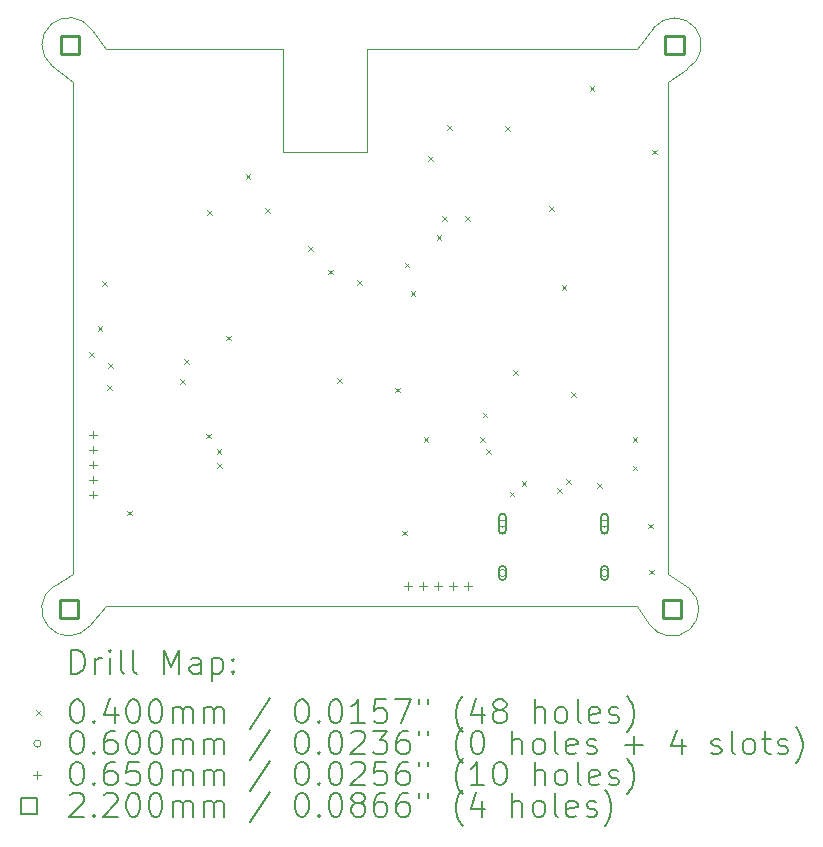
<source format=gbr>
%TF.GenerationSoftware,KiCad,Pcbnew,(6.0.8)*%
%TF.CreationDate,2023-02-13T22:45:08-05:00*%
%TF.ProjectId,miura_board,6d697572-615f-4626-9f61-72642e6b6963,rev?*%
%TF.SameCoordinates,Original*%
%TF.FileFunction,Drillmap*%
%TF.FilePolarity,Positive*%
%FSLAX45Y45*%
G04 Gerber Fmt 4.5, Leading zero omitted, Abs format (unit mm)*
G04 Created by KiCad (PCBNEW (6.0.8)) date 2023-02-13 22:45:08*
%MOMM*%
%LPD*%
G01*
G04 APERTURE LIST*
%ADD10C,0.100000*%
%ADD11C,0.200000*%
%ADD12C,0.040000*%
%ADD13C,0.060000*%
%ADD14C,0.065000*%
%ADD15C,0.220000*%
G04 APERTURE END LIST*
D10*
X6339999Y-3550000D02*
G75*
G03*
X6000000Y-3850000I-192151J-124895D01*
G01*
X6460000Y-3710000D02*
X7960000Y-3710000D01*
X6180000Y-8160000D02*
X6020000Y-8260000D01*
X6460000Y-8430000D02*
X10960000Y-8430000D01*
X10960000Y-3710000D02*
X11100000Y-3530000D01*
X6020002Y-8260004D02*
G75*
G03*
X6320000Y-8600000I124898J-192146D01*
G01*
X6460000Y-8430000D02*
X6320000Y-8600000D01*
X7960000Y-3710000D02*
X7961000Y-4584000D01*
X8670000Y-3710000D02*
X10960000Y-3710000D01*
X6340000Y-3550000D02*
X6460000Y-3710000D01*
X8671000Y-4584000D02*
X7961000Y-4584000D01*
X11380001Y-3880003D02*
G75*
G03*
X11100000Y-3530000I-105461J202633D01*
G01*
X11220000Y-8160000D02*
X11400000Y-8280000D01*
X11220000Y-8160000D02*
X11220000Y-3990000D01*
X8670000Y-3710000D02*
X8671000Y-4584000D01*
X6000000Y-3850000D02*
X6180000Y-3990000D01*
X6180000Y-8160000D02*
X6180000Y-3990000D01*
X11220000Y-3990000D02*
X11380000Y-3880000D01*
X10960000Y-8430000D02*
X11060000Y-8580000D01*
X11060000Y-8580000D02*
G75*
G03*
X11400000Y-8280000I192150J124897D01*
G01*
D11*
D12*
X6320000Y-6280000D02*
X6360000Y-6320000D01*
X6360000Y-6280000D02*
X6320000Y-6320000D01*
X6390000Y-6060000D02*
X6430000Y-6100000D01*
X6430000Y-6060000D02*
X6390000Y-6100000D01*
X6430000Y-5680000D02*
X6470000Y-5720000D01*
X6470000Y-5680000D02*
X6430000Y-5720000D01*
X6470000Y-6560000D02*
X6510000Y-6600000D01*
X6510000Y-6560000D02*
X6470000Y-6600000D01*
X6480000Y-6370000D02*
X6520000Y-6410000D01*
X6520000Y-6370000D02*
X6480000Y-6410000D01*
X6640000Y-7620000D02*
X6680000Y-7660000D01*
X6680000Y-7620000D02*
X6640000Y-7660000D01*
X7090000Y-6510000D02*
X7130000Y-6550000D01*
X7130000Y-6510000D02*
X7090000Y-6550000D01*
X7120000Y-6340000D02*
X7160000Y-6380000D01*
X7160000Y-6340000D02*
X7120000Y-6380000D01*
X7310000Y-6970000D02*
X7350000Y-7010000D01*
X7350000Y-6970000D02*
X7310000Y-7010000D01*
X7320000Y-5079000D02*
X7360000Y-5119000D01*
X7360000Y-5079000D02*
X7320000Y-5119000D01*
X7399000Y-7099000D02*
X7439000Y-7139000D01*
X7439000Y-7099000D02*
X7399000Y-7139000D01*
X7400000Y-7220000D02*
X7440000Y-7260000D01*
X7440000Y-7220000D02*
X7400000Y-7260000D01*
X7480000Y-6140000D02*
X7520000Y-6180000D01*
X7520000Y-6140000D02*
X7480000Y-6180000D01*
X7643000Y-4774000D02*
X7683000Y-4814000D01*
X7683000Y-4774000D02*
X7643000Y-4814000D01*
X7810000Y-5060000D02*
X7850000Y-5100000D01*
X7850000Y-5060000D02*
X7810000Y-5100000D01*
X8170000Y-5380000D02*
X8210000Y-5420000D01*
X8210000Y-5380000D02*
X8170000Y-5420000D01*
X8340000Y-5580000D02*
X8380000Y-5620000D01*
X8380000Y-5580000D02*
X8340000Y-5620000D01*
X8420000Y-6500000D02*
X8460000Y-6540000D01*
X8460000Y-6500000D02*
X8420000Y-6540000D01*
X8590000Y-5670000D02*
X8630000Y-5710000D01*
X8630000Y-5670000D02*
X8590000Y-5710000D01*
X8910000Y-6580000D02*
X8950000Y-6620000D01*
X8950000Y-6580000D02*
X8910000Y-6620000D01*
X8970000Y-7790000D02*
X9010000Y-7830000D01*
X9010000Y-7790000D02*
X8970000Y-7830000D01*
X8990000Y-5520000D02*
X9030000Y-5560000D01*
X9030000Y-5520000D02*
X8990000Y-5560000D01*
X9040000Y-5760000D02*
X9080000Y-5800000D01*
X9080000Y-5760000D02*
X9040000Y-5800000D01*
X9150000Y-7000000D02*
X9190000Y-7040000D01*
X9190000Y-7000000D02*
X9150000Y-7040000D01*
X9191000Y-4617000D02*
X9231000Y-4657000D01*
X9231000Y-4617000D02*
X9191000Y-4657000D01*
X9260000Y-5290000D02*
X9300000Y-5330000D01*
X9300000Y-5290000D02*
X9260000Y-5330000D01*
X9306000Y-5125000D02*
X9346000Y-5165000D01*
X9346000Y-5125000D02*
X9306000Y-5165000D01*
X9350000Y-4360000D02*
X9390000Y-4400000D01*
X9390000Y-4360000D02*
X9350000Y-4400000D01*
X9505000Y-5130000D02*
X9545000Y-5170000D01*
X9545000Y-5130000D02*
X9505000Y-5170000D01*
X9630000Y-7000000D02*
X9670000Y-7040000D01*
X9670000Y-7000000D02*
X9630000Y-7040000D01*
X9650000Y-6790000D02*
X9690000Y-6830000D01*
X9690000Y-6790000D02*
X9650000Y-6830000D01*
X9680000Y-7100000D02*
X9720000Y-7140000D01*
X9720000Y-7100000D02*
X9680000Y-7140000D01*
X9838000Y-4363000D02*
X9878000Y-4403000D01*
X9878000Y-4363000D02*
X9838000Y-4403000D01*
X9880000Y-7460000D02*
X9920000Y-7500000D01*
X9920000Y-7460000D02*
X9880000Y-7500000D01*
X9910000Y-6430000D02*
X9950000Y-6470000D01*
X9950000Y-6430000D02*
X9910000Y-6470000D01*
X9980000Y-7370000D02*
X10020000Y-7410000D01*
X10020000Y-7370000D02*
X9980000Y-7410000D01*
X10213000Y-5042000D02*
X10253000Y-5082000D01*
X10253000Y-5042000D02*
X10213000Y-5082000D01*
X10280450Y-7430000D02*
X10320450Y-7470000D01*
X10320450Y-7430000D02*
X10280450Y-7470000D01*
X10320000Y-5710000D02*
X10360000Y-5750000D01*
X10360000Y-5710000D02*
X10320000Y-5750000D01*
X10355000Y-7355000D02*
X10395000Y-7395000D01*
X10395000Y-7355000D02*
X10355000Y-7395000D01*
X10400000Y-6620000D02*
X10440000Y-6660000D01*
X10440000Y-6620000D02*
X10400000Y-6660000D01*
X10557250Y-4024000D02*
X10597250Y-4064000D01*
X10597250Y-4024000D02*
X10557250Y-4064000D01*
X10620000Y-7390000D02*
X10660000Y-7430000D01*
X10660000Y-7390000D02*
X10620000Y-7430000D01*
X10920000Y-7000000D02*
X10960000Y-7040000D01*
X10960000Y-7000000D02*
X10920000Y-7040000D01*
X10920000Y-7240000D02*
X10960000Y-7280000D01*
X10960000Y-7240000D02*
X10920000Y-7280000D01*
X11050000Y-7730000D02*
X11090000Y-7770000D01*
X11090000Y-7730000D02*
X11050000Y-7770000D01*
X11060000Y-8120000D02*
X11100000Y-8160000D01*
X11100000Y-8120000D02*
X11060000Y-8160000D01*
X11087250Y-4564000D02*
X11127250Y-4604000D01*
X11127250Y-4564000D02*
X11087250Y-4604000D01*
D13*
X9848000Y-7730500D02*
G75*
G03*
X9848000Y-7730500I-30000J0D01*
G01*
D11*
X9788000Y-7675500D02*
X9788000Y-7785500D01*
X9848000Y-7675500D02*
X9848000Y-7785500D01*
X9788000Y-7785500D02*
G75*
G03*
X9848000Y-7785500I30000J0D01*
G01*
X9848000Y-7675500D02*
G75*
G03*
X9788000Y-7675500I-30000J0D01*
G01*
D13*
X9848000Y-8148500D02*
G75*
G03*
X9848000Y-8148500I-30000J0D01*
G01*
D11*
X9788000Y-8118500D02*
X9788000Y-8178500D01*
X9848000Y-8118500D02*
X9848000Y-8178500D01*
X9788000Y-8178500D02*
G75*
G03*
X9848000Y-8178500I30000J0D01*
G01*
X9848000Y-8118500D02*
G75*
G03*
X9788000Y-8118500I-30000J0D01*
G01*
D13*
X10712000Y-7730500D02*
G75*
G03*
X10712000Y-7730500I-30000J0D01*
G01*
D11*
X10652000Y-7675500D02*
X10652000Y-7785500D01*
X10712000Y-7675500D02*
X10712000Y-7785500D01*
X10652000Y-7785500D02*
G75*
G03*
X10712000Y-7785500I30000J0D01*
G01*
X10712000Y-7675500D02*
G75*
G03*
X10652000Y-7675500I-30000J0D01*
G01*
D13*
X10712000Y-8148500D02*
G75*
G03*
X10712000Y-8148500I-30000J0D01*
G01*
D11*
X10652000Y-8118500D02*
X10652000Y-8178500D01*
X10712000Y-8118500D02*
X10712000Y-8178500D01*
X10652000Y-8178500D02*
G75*
G03*
X10712000Y-8178500I30000J0D01*
G01*
X10712000Y-8118500D02*
G75*
G03*
X10652000Y-8118500I-30000J0D01*
G01*
D14*
X6350000Y-6944500D02*
X6350000Y-7009500D01*
X6317500Y-6977000D02*
X6382500Y-6977000D01*
X6350000Y-7071500D02*
X6350000Y-7136500D01*
X6317500Y-7104000D02*
X6382500Y-7104000D01*
X6350000Y-7198500D02*
X6350000Y-7263500D01*
X6317500Y-7231000D02*
X6382500Y-7231000D01*
X6350000Y-7325500D02*
X6350000Y-7390500D01*
X6317500Y-7358000D02*
X6382500Y-7358000D01*
X6350000Y-7452500D02*
X6350000Y-7517500D01*
X6317500Y-7485000D02*
X6382500Y-7485000D01*
X9017000Y-8227500D02*
X9017000Y-8292500D01*
X8984500Y-8260000D02*
X9049500Y-8260000D01*
X9144000Y-8227500D02*
X9144000Y-8292500D01*
X9111500Y-8260000D02*
X9176500Y-8260000D01*
X9271000Y-8227500D02*
X9271000Y-8292500D01*
X9238500Y-8260000D02*
X9303500Y-8260000D01*
X9398000Y-8227500D02*
X9398000Y-8292500D01*
X9365500Y-8260000D02*
X9430500Y-8260000D01*
X9525000Y-8227500D02*
X9525000Y-8292500D01*
X9492500Y-8260000D02*
X9557500Y-8260000D01*
D15*
X6223782Y-8530783D02*
X6223782Y-8375217D01*
X6068217Y-8375217D01*
X6068217Y-8530783D01*
X6223782Y-8530783D01*
X6231782Y-3758782D02*
X6231782Y-3603217D01*
X6076217Y-3603217D01*
X6076217Y-3758782D01*
X6231782Y-3758782D01*
X11328782Y-8533783D02*
X11328782Y-8378217D01*
X11173218Y-8378217D01*
X11173218Y-8533783D01*
X11328782Y-8533783D01*
X11353782Y-3753782D02*
X11353782Y-3598217D01*
X11198217Y-3598217D01*
X11198217Y-3753782D01*
X11353782Y-3753782D01*
D11*
X6168347Y-8999753D02*
X6168347Y-8799753D01*
X6215966Y-8799753D01*
X6244538Y-8809277D01*
X6263585Y-8828325D01*
X6273109Y-8847372D01*
X6282633Y-8885467D01*
X6282633Y-8914039D01*
X6273109Y-8952134D01*
X6263585Y-8971182D01*
X6244538Y-8990229D01*
X6215966Y-8999753D01*
X6168347Y-8999753D01*
X6368347Y-8999753D02*
X6368347Y-8866420D01*
X6368347Y-8904515D02*
X6377871Y-8885467D01*
X6387395Y-8875944D01*
X6406443Y-8866420D01*
X6425490Y-8866420D01*
X6492157Y-8999753D02*
X6492157Y-8866420D01*
X6492157Y-8799753D02*
X6482633Y-8809277D01*
X6492157Y-8818801D01*
X6501681Y-8809277D01*
X6492157Y-8799753D01*
X6492157Y-8818801D01*
X6615966Y-8999753D02*
X6596919Y-8990229D01*
X6587395Y-8971182D01*
X6587395Y-8799753D01*
X6720728Y-8999753D02*
X6701681Y-8990229D01*
X6692157Y-8971182D01*
X6692157Y-8799753D01*
X6949300Y-8999753D02*
X6949300Y-8799753D01*
X7015966Y-8942610D01*
X7082633Y-8799753D01*
X7082633Y-8999753D01*
X7263585Y-8999753D02*
X7263585Y-8894991D01*
X7254062Y-8875944D01*
X7235014Y-8866420D01*
X7196919Y-8866420D01*
X7177871Y-8875944D01*
X7263585Y-8990229D02*
X7244538Y-8999753D01*
X7196919Y-8999753D01*
X7177871Y-8990229D01*
X7168347Y-8971182D01*
X7168347Y-8952134D01*
X7177871Y-8933086D01*
X7196919Y-8923563D01*
X7244538Y-8923563D01*
X7263585Y-8914039D01*
X7358824Y-8866420D02*
X7358824Y-9066420D01*
X7358824Y-8875944D02*
X7377871Y-8866420D01*
X7415966Y-8866420D01*
X7435014Y-8875944D01*
X7444538Y-8885467D01*
X7454062Y-8904515D01*
X7454062Y-8961658D01*
X7444538Y-8980705D01*
X7435014Y-8990229D01*
X7415966Y-8999753D01*
X7377871Y-8999753D01*
X7358824Y-8990229D01*
X7539776Y-8980705D02*
X7549300Y-8990229D01*
X7539776Y-8999753D01*
X7530252Y-8990229D01*
X7539776Y-8980705D01*
X7539776Y-8999753D01*
X7539776Y-8875944D02*
X7549300Y-8885467D01*
X7539776Y-8894991D01*
X7530252Y-8885467D01*
X7539776Y-8875944D01*
X7539776Y-8894991D01*
D12*
X5870728Y-9309277D02*
X5910728Y-9349277D01*
X5910728Y-9309277D02*
X5870728Y-9349277D01*
D11*
X6206443Y-9219753D02*
X6225490Y-9219753D01*
X6244538Y-9229277D01*
X6254062Y-9238801D01*
X6263585Y-9257848D01*
X6273109Y-9295944D01*
X6273109Y-9343563D01*
X6263585Y-9381658D01*
X6254062Y-9400705D01*
X6244538Y-9410229D01*
X6225490Y-9419753D01*
X6206443Y-9419753D01*
X6187395Y-9410229D01*
X6177871Y-9400705D01*
X6168347Y-9381658D01*
X6158824Y-9343563D01*
X6158824Y-9295944D01*
X6168347Y-9257848D01*
X6177871Y-9238801D01*
X6187395Y-9229277D01*
X6206443Y-9219753D01*
X6358824Y-9400705D02*
X6368347Y-9410229D01*
X6358824Y-9419753D01*
X6349300Y-9410229D01*
X6358824Y-9400705D01*
X6358824Y-9419753D01*
X6539776Y-9286420D02*
X6539776Y-9419753D01*
X6492157Y-9210229D02*
X6444538Y-9353086D01*
X6568347Y-9353086D01*
X6682633Y-9219753D02*
X6701681Y-9219753D01*
X6720728Y-9229277D01*
X6730252Y-9238801D01*
X6739776Y-9257848D01*
X6749300Y-9295944D01*
X6749300Y-9343563D01*
X6739776Y-9381658D01*
X6730252Y-9400705D01*
X6720728Y-9410229D01*
X6701681Y-9419753D01*
X6682633Y-9419753D01*
X6663585Y-9410229D01*
X6654062Y-9400705D01*
X6644538Y-9381658D01*
X6635014Y-9343563D01*
X6635014Y-9295944D01*
X6644538Y-9257848D01*
X6654062Y-9238801D01*
X6663585Y-9229277D01*
X6682633Y-9219753D01*
X6873109Y-9219753D02*
X6892157Y-9219753D01*
X6911204Y-9229277D01*
X6920728Y-9238801D01*
X6930252Y-9257848D01*
X6939776Y-9295944D01*
X6939776Y-9343563D01*
X6930252Y-9381658D01*
X6920728Y-9400705D01*
X6911204Y-9410229D01*
X6892157Y-9419753D01*
X6873109Y-9419753D01*
X6854062Y-9410229D01*
X6844538Y-9400705D01*
X6835014Y-9381658D01*
X6825490Y-9343563D01*
X6825490Y-9295944D01*
X6835014Y-9257848D01*
X6844538Y-9238801D01*
X6854062Y-9229277D01*
X6873109Y-9219753D01*
X7025490Y-9419753D02*
X7025490Y-9286420D01*
X7025490Y-9305467D02*
X7035014Y-9295944D01*
X7054062Y-9286420D01*
X7082633Y-9286420D01*
X7101681Y-9295944D01*
X7111204Y-9314991D01*
X7111204Y-9419753D01*
X7111204Y-9314991D02*
X7120728Y-9295944D01*
X7139776Y-9286420D01*
X7168347Y-9286420D01*
X7187395Y-9295944D01*
X7196919Y-9314991D01*
X7196919Y-9419753D01*
X7292157Y-9419753D02*
X7292157Y-9286420D01*
X7292157Y-9305467D02*
X7301681Y-9295944D01*
X7320728Y-9286420D01*
X7349300Y-9286420D01*
X7368347Y-9295944D01*
X7377871Y-9314991D01*
X7377871Y-9419753D01*
X7377871Y-9314991D02*
X7387395Y-9295944D01*
X7406443Y-9286420D01*
X7435014Y-9286420D01*
X7454062Y-9295944D01*
X7463585Y-9314991D01*
X7463585Y-9419753D01*
X7854062Y-9210229D02*
X7682633Y-9467372D01*
X8111204Y-9219753D02*
X8130252Y-9219753D01*
X8149300Y-9229277D01*
X8158824Y-9238801D01*
X8168347Y-9257848D01*
X8177871Y-9295944D01*
X8177871Y-9343563D01*
X8168347Y-9381658D01*
X8158824Y-9400705D01*
X8149300Y-9410229D01*
X8130252Y-9419753D01*
X8111204Y-9419753D01*
X8092157Y-9410229D01*
X8082633Y-9400705D01*
X8073109Y-9381658D01*
X8063585Y-9343563D01*
X8063585Y-9295944D01*
X8073109Y-9257848D01*
X8082633Y-9238801D01*
X8092157Y-9229277D01*
X8111204Y-9219753D01*
X8263585Y-9400705D02*
X8273109Y-9410229D01*
X8263585Y-9419753D01*
X8254062Y-9410229D01*
X8263585Y-9400705D01*
X8263585Y-9419753D01*
X8396919Y-9219753D02*
X8415966Y-9219753D01*
X8435014Y-9229277D01*
X8444538Y-9238801D01*
X8454062Y-9257848D01*
X8463586Y-9295944D01*
X8463586Y-9343563D01*
X8454062Y-9381658D01*
X8444538Y-9400705D01*
X8435014Y-9410229D01*
X8415966Y-9419753D01*
X8396919Y-9419753D01*
X8377871Y-9410229D01*
X8368347Y-9400705D01*
X8358824Y-9381658D01*
X8349300Y-9343563D01*
X8349300Y-9295944D01*
X8358824Y-9257848D01*
X8368347Y-9238801D01*
X8377871Y-9229277D01*
X8396919Y-9219753D01*
X8654062Y-9419753D02*
X8539776Y-9419753D01*
X8596919Y-9419753D02*
X8596919Y-9219753D01*
X8577871Y-9248325D01*
X8558824Y-9267372D01*
X8539776Y-9276896D01*
X8835014Y-9219753D02*
X8739776Y-9219753D01*
X8730252Y-9314991D01*
X8739776Y-9305467D01*
X8758824Y-9295944D01*
X8806443Y-9295944D01*
X8825490Y-9305467D01*
X8835014Y-9314991D01*
X8844538Y-9334039D01*
X8844538Y-9381658D01*
X8835014Y-9400705D01*
X8825490Y-9410229D01*
X8806443Y-9419753D01*
X8758824Y-9419753D01*
X8739776Y-9410229D01*
X8730252Y-9400705D01*
X8911205Y-9219753D02*
X9044538Y-9219753D01*
X8958824Y-9419753D01*
X9111205Y-9219753D02*
X9111205Y-9257848D01*
X9187395Y-9219753D02*
X9187395Y-9257848D01*
X9482633Y-9495944D02*
X9473109Y-9486420D01*
X9454062Y-9457848D01*
X9444538Y-9438801D01*
X9435014Y-9410229D01*
X9425490Y-9362610D01*
X9425490Y-9324515D01*
X9435014Y-9276896D01*
X9444538Y-9248325D01*
X9454062Y-9229277D01*
X9473109Y-9200705D01*
X9482633Y-9191182D01*
X9644538Y-9286420D02*
X9644538Y-9419753D01*
X9596919Y-9210229D02*
X9549300Y-9353086D01*
X9673109Y-9353086D01*
X9777871Y-9305467D02*
X9758824Y-9295944D01*
X9749300Y-9286420D01*
X9739776Y-9267372D01*
X9739776Y-9257848D01*
X9749300Y-9238801D01*
X9758824Y-9229277D01*
X9777871Y-9219753D01*
X9815966Y-9219753D01*
X9835014Y-9229277D01*
X9844538Y-9238801D01*
X9854062Y-9257848D01*
X9854062Y-9267372D01*
X9844538Y-9286420D01*
X9835014Y-9295944D01*
X9815966Y-9305467D01*
X9777871Y-9305467D01*
X9758824Y-9314991D01*
X9749300Y-9324515D01*
X9739776Y-9343563D01*
X9739776Y-9381658D01*
X9749300Y-9400705D01*
X9758824Y-9410229D01*
X9777871Y-9419753D01*
X9815966Y-9419753D01*
X9835014Y-9410229D01*
X9844538Y-9400705D01*
X9854062Y-9381658D01*
X9854062Y-9343563D01*
X9844538Y-9324515D01*
X9835014Y-9314991D01*
X9815966Y-9305467D01*
X10092157Y-9419753D02*
X10092157Y-9219753D01*
X10177871Y-9419753D02*
X10177871Y-9314991D01*
X10168347Y-9295944D01*
X10149300Y-9286420D01*
X10120728Y-9286420D01*
X10101681Y-9295944D01*
X10092157Y-9305467D01*
X10301681Y-9419753D02*
X10282633Y-9410229D01*
X10273109Y-9400705D01*
X10263586Y-9381658D01*
X10263586Y-9324515D01*
X10273109Y-9305467D01*
X10282633Y-9295944D01*
X10301681Y-9286420D01*
X10330252Y-9286420D01*
X10349300Y-9295944D01*
X10358824Y-9305467D01*
X10368347Y-9324515D01*
X10368347Y-9381658D01*
X10358824Y-9400705D01*
X10349300Y-9410229D01*
X10330252Y-9419753D01*
X10301681Y-9419753D01*
X10482633Y-9419753D02*
X10463586Y-9410229D01*
X10454062Y-9391182D01*
X10454062Y-9219753D01*
X10635014Y-9410229D02*
X10615966Y-9419753D01*
X10577871Y-9419753D01*
X10558824Y-9410229D01*
X10549300Y-9391182D01*
X10549300Y-9314991D01*
X10558824Y-9295944D01*
X10577871Y-9286420D01*
X10615966Y-9286420D01*
X10635014Y-9295944D01*
X10644538Y-9314991D01*
X10644538Y-9334039D01*
X10549300Y-9353086D01*
X10720728Y-9410229D02*
X10739776Y-9419753D01*
X10777871Y-9419753D01*
X10796919Y-9410229D01*
X10806443Y-9391182D01*
X10806443Y-9381658D01*
X10796919Y-9362610D01*
X10777871Y-9353086D01*
X10749300Y-9353086D01*
X10730252Y-9343563D01*
X10720728Y-9324515D01*
X10720728Y-9314991D01*
X10730252Y-9295944D01*
X10749300Y-9286420D01*
X10777871Y-9286420D01*
X10796919Y-9295944D01*
X10873109Y-9495944D02*
X10882633Y-9486420D01*
X10901681Y-9457848D01*
X10911205Y-9438801D01*
X10920728Y-9410229D01*
X10930252Y-9362610D01*
X10930252Y-9324515D01*
X10920728Y-9276896D01*
X10911205Y-9248325D01*
X10901681Y-9229277D01*
X10882633Y-9200705D01*
X10873109Y-9191182D01*
D13*
X5910728Y-9593277D02*
G75*
G03*
X5910728Y-9593277I-30000J0D01*
G01*
D11*
X6206443Y-9483753D02*
X6225490Y-9483753D01*
X6244538Y-9493277D01*
X6254062Y-9502801D01*
X6263585Y-9521848D01*
X6273109Y-9559944D01*
X6273109Y-9607563D01*
X6263585Y-9645658D01*
X6254062Y-9664705D01*
X6244538Y-9674229D01*
X6225490Y-9683753D01*
X6206443Y-9683753D01*
X6187395Y-9674229D01*
X6177871Y-9664705D01*
X6168347Y-9645658D01*
X6158824Y-9607563D01*
X6158824Y-9559944D01*
X6168347Y-9521848D01*
X6177871Y-9502801D01*
X6187395Y-9493277D01*
X6206443Y-9483753D01*
X6358824Y-9664705D02*
X6368347Y-9674229D01*
X6358824Y-9683753D01*
X6349300Y-9674229D01*
X6358824Y-9664705D01*
X6358824Y-9683753D01*
X6539776Y-9483753D02*
X6501681Y-9483753D01*
X6482633Y-9493277D01*
X6473109Y-9502801D01*
X6454062Y-9531372D01*
X6444538Y-9569467D01*
X6444538Y-9645658D01*
X6454062Y-9664705D01*
X6463585Y-9674229D01*
X6482633Y-9683753D01*
X6520728Y-9683753D01*
X6539776Y-9674229D01*
X6549300Y-9664705D01*
X6558824Y-9645658D01*
X6558824Y-9598039D01*
X6549300Y-9578991D01*
X6539776Y-9569467D01*
X6520728Y-9559944D01*
X6482633Y-9559944D01*
X6463585Y-9569467D01*
X6454062Y-9578991D01*
X6444538Y-9598039D01*
X6682633Y-9483753D02*
X6701681Y-9483753D01*
X6720728Y-9493277D01*
X6730252Y-9502801D01*
X6739776Y-9521848D01*
X6749300Y-9559944D01*
X6749300Y-9607563D01*
X6739776Y-9645658D01*
X6730252Y-9664705D01*
X6720728Y-9674229D01*
X6701681Y-9683753D01*
X6682633Y-9683753D01*
X6663585Y-9674229D01*
X6654062Y-9664705D01*
X6644538Y-9645658D01*
X6635014Y-9607563D01*
X6635014Y-9559944D01*
X6644538Y-9521848D01*
X6654062Y-9502801D01*
X6663585Y-9493277D01*
X6682633Y-9483753D01*
X6873109Y-9483753D02*
X6892157Y-9483753D01*
X6911204Y-9493277D01*
X6920728Y-9502801D01*
X6930252Y-9521848D01*
X6939776Y-9559944D01*
X6939776Y-9607563D01*
X6930252Y-9645658D01*
X6920728Y-9664705D01*
X6911204Y-9674229D01*
X6892157Y-9683753D01*
X6873109Y-9683753D01*
X6854062Y-9674229D01*
X6844538Y-9664705D01*
X6835014Y-9645658D01*
X6825490Y-9607563D01*
X6825490Y-9559944D01*
X6835014Y-9521848D01*
X6844538Y-9502801D01*
X6854062Y-9493277D01*
X6873109Y-9483753D01*
X7025490Y-9683753D02*
X7025490Y-9550420D01*
X7025490Y-9569467D02*
X7035014Y-9559944D01*
X7054062Y-9550420D01*
X7082633Y-9550420D01*
X7101681Y-9559944D01*
X7111204Y-9578991D01*
X7111204Y-9683753D01*
X7111204Y-9578991D02*
X7120728Y-9559944D01*
X7139776Y-9550420D01*
X7168347Y-9550420D01*
X7187395Y-9559944D01*
X7196919Y-9578991D01*
X7196919Y-9683753D01*
X7292157Y-9683753D02*
X7292157Y-9550420D01*
X7292157Y-9569467D02*
X7301681Y-9559944D01*
X7320728Y-9550420D01*
X7349300Y-9550420D01*
X7368347Y-9559944D01*
X7377871Y-9578991D01*
X7377871Y-9683753D01*
X7377871Y-9578991D02*
X7387395Y-9559944D01*
X7406443Y-9550420D01*
X7435014Y-9550420D01*
X7454062Y-9559944D01*
X7463585Y-9578991D01*
X7463585Y-9683753D01*
X7854062Y-9474229D02*
X7682633Y-9731372D01*
X8111204Y-9483753D02*
X8130252Y-9483753D01*
X8149300Y-9493277D01*
X8158824Y-9502801D01*
X8168347Y-9521848D01*
X8177871Y-9559944D01*
X8177871Y-9607563D01*
X8168347Y-9645658D01*
X8158824Y-9664705D01*
X8149300Y-9674229D01*
X8130252Y-9683753D01*
X8111204Y-9683753D01*
X8092157Y-9674229D01*
X8082633Y-9664705D01*
X8073109Y-9645658D01*
X8063585Y-9607563D01*
X8063585Y-9559944D01*
X8073109Y-9521848D01*
X8082633Y-9502801D01*
X8092157Y-9493277D01*
X8111204Y-9483753D01*
X8263585Y-9664705D02*
X8273109Y-9674229D01*
X8263585Y-9683753D01*
X8254062Y-9674229D01*
X8263585Y-9664705D01*
X8263585Y-9683753D01*
X8396919Y-9483753D02*
X8415966Y-9483753D01*
X8435014Y-9493277D01*
X8444538Y-9502801D01*
X8454062Y-9521848D01*
X8463586Y-9559944D01*
X8463586Y-9607563D01*
X8454062Y-9645658D01*
X8444538Y-9664705D01*
X8435014Y-9674229D01*
X8415966Y-9683753D01*
X8396919Y-9683753D01*
X8377871Y-9674229D01*
X8368347Y-9664705D01*
X8358824Y-9645658D01*
X8349300Y-9607563D01*
X8349300Y-9559944D01*
X8358824Y-9521848D01*
X8368347Y-9502801D01*
X8377871Y-9493277D01*
X8396919Y-9483753D01*
X8539776Y-9502801D02*
X8549300Y-9493277D01*
X8568347Y-9483753D01*
X8615966Y-9483753D01*
X8635014Y-9493277D01*
X8644538Y-9502801D01*
X8654062Y-9521848D01*
X8654062Y-9540896D01*
X8644538Y-9569467D01*
X8530252Y-9683753D01*
X8654062Y-9683753D01*
X8720728Y-9483753D02*
X8844538Y-9483753D01*
X8777871Y-9559944D01*
X8806443Y-9559944D01*
X8825490Y-9569467D01*
X8835014Y-9578991D01*
X8844538Y-9598039D01*
X8844538Y-9645658D01*
X8835014Y-9664705D01*
X8825490Y-9674229D01*
X8806443Y-9683753D01*
X8749300Y-9683753D01*
X8730252Y-9674229D01*
X8720728Y-9664705D01*
X9015966Y-9483753D02*
X8977871Y-9483753D01*
X8958824Y-9493277D01*
X8949300Y-9502801D01*
X8930252Y-9531372D01*
X8920728Y-9569467D01*
X8920728Y-9645658D01*
X8930252Y-9664705D01*
X8939776Y-9674229D01*
X8958824Y-9683753D01*
X8996919Y-9683753D01*
X9015966Y-9674229D01*
X9025490Y-9664705D01*
X9035014Y-9645658D01*
X9035014Y-9598039D01*
X9025490Y-9578991D01*
X9015966Y-9569467D01*
X8996919Y-9559944D01*
X8958824Y-9559944D01*
X8939776Y-9569467D01*
X8930252Y-9578991D01*
X8920728Y-9598039D01*
X9111205Y-9483753D02*
X9111205Y-9521848D01*
X9187395Y-9483753D02*
X9187395Y-9521848D01*
X9482633Y-9759944D02*
X9473109Y-9750420D01*
X9454062Y-9721848D01*
X9444538Y-9702801D01*
X9435014Y-9674229D01*
X9425490Y-9626610D01*
X9425490Y-9588515D01*
X9435014Y-9540896D01*
X9444538Y-9512325D01*
X9454062Y-9493277D01*
X9473109Y-9464705D01*
X9482633Y-9455182D01*
X9596919Y-9483753D02*
X9615966Y-9483753D01*
X9635014Y-9493277D01*
X9644538Y-9502801D01*
X9654062Y-9521848D01*
X9663586Y-9559944D01*
X9663586Y-9607563D01*
X9654062Y-9645658D01*
X9644538Y-9664705D01*
X9635014Y-9674229D01*
X9615966Y-9683753D01*
X9596919Y-9683753D01*
X9577871Y-9674229D01*
X9568347Y-9664705D01*
X9558824Y-9645658D01*
X9549300Y-9607563D01*
X9549300Y-9559944D01*
X9558824Y-9521848D01*
X9568347Y-9502801D01*
X9577871Y-9493277D01*
X9596919Y-9483753D01*
X9901681Y-9683753D02*
X9901681Y-9483753D01*
X9987395Y-9683753D02*
X9987395Y-9578991D01*
X9977871Y-9559944D01*
X9958824Y-9550420D01*
X9930252Y-9550420D01*
X9911205Y-9559944D01*
X9901681Y-9569467D01*
X10111205Y-9683753D02*
X10092157Y-9674229D01*
X10082633Y-9664705D01*
X10073109Y-9645658D01*
X10073109Y-9588515D01*
X10082633Y-9569467D01*
X10092157Y-9559944D01*
X10111205Y-9550420D01*
X10139776Y-9550420D01*
X10158824Y-9559944D01*
X10168347Y-9569467D01*
X10177871Y-9588515D01*
X10177871Y-9645658D01*
X10168347Y-9664705D01*
X10158824Y-9674229D01*
X10139776Y-9683753D01*
X10111205Y-9683753D01*
X10292157Y-9683753D02*
X10273109Y-9674229D01*
X10263586Y-9655182D01*
X10263586Y-9483753D01*
X10444538Y-9674229D02*
X10425490Y-9683753D01*
X10387395Y-9683753D01*
X10368347Y-9674229D01*
X10358824Y-9655182D01*
X10358824Y-9578991D01*
X10368347Y-9559944D01*
X10387395Y-9550420D01*
X10425490Y-9550420D01*
X10444538Y-9559944D01*
X10454062Y-9578991D01*
X10454062Y-9598039D01*
X10358824Y-9617086D01*
X10530252Y-9674229D02*
X10549300Y-9683753D01*
X10587395Y-9683753D01*
X10606443Y-9674229D01*
X10615966Y-9655182D01*
X10615966Y-9645658D01*
X10606443Y-9626610D01*
X10587395Y-9617086D01*
X10558824Y-9617086D01*
X10539776Y-9607563D01*
X10530252Y-9588515D01*
X10530252Y-9578991D01*
X10539776Y-9559944D01*
X10558824Y-9550420D01*
X10587395Y-9550420D01*
X10606443Y-9559944D01*
X10854062Y-9607563D02*
X11006443Y-9607563D01*
X10930252Y-9683753D02*
X10930252Y-9531372D01*
X11339776Y-9550420D02*
X11339776Y-9683753D01*
X11292157Y-9474229D02*
X11244538Y-9617086D01*
X11368347Y-9617086D01*
X11587395Y-9674229D02*
X11606443Y-9683753D01*
X11644538Y-9683753D01*
X11663585Y-9674229D01*
X11673109Y-9655182D01*
X11673109Y-9645658D01*
X11663585Y-9626610D01*
X11644538Y-9617086D01*
X11615966Y-9617086D01*
X11596919Y-9607563D01*
X11587395Y-9588515D01*
X11587395Y-9578991D01*
X11596919Y-9559944D01*
X11615966Y-9550420D01*
X11644538Y-9550420D01*
X11663585Y-9559944D01*
X11787395Y-9683753D02*
X11768347Y-9674229D01*
X11758824Y-9655182D01*
X11758824Y-9483753D01*
X11892157Y-9683753D02*
X11873109Y-9674229D01*
X11863585Y-9664705D01*
X11854062Y-9645658D01*
X11854062Y-9588515D01*
X11863585Y-9569467D01*
X11873109Y-9559944D01*
X11892157Y-9550420D01*
X11920728Y-9550420D01*
X11939776Y-9559944D01*
X11949300Y-9569467D01*
X11958824Y-9588515D01*
X11958824Y-9645658D01*
X11949300Y-9664705D01*
X11939776Y-9674229D01*
X11920728Y-9683753D01*
X11892157Y-9683753D01*
X12015966Y-9550420D02*
X12092157Y-9550420D01*
X12044538Y-9483753D02*
X12044538Y-9655182D01*
X12054062Y-9674229D01*
X12073109Y-9683753D01*
X12092157Y-9683753D01*
X12149300Y-9674229D02*
X12168347Y-9683753D01*
X12206443Y-9683753D01*
X12225490Y-9674229D01*
X12235014Y-9655182D01*
X12235014Y-9645658D01*
X12225490Y-9626610D01*
X12206443Y-9617086D01*
X12177871Y-9617086D01*
X12158824Y-9607563D01*
X12149300Y-9588515D01*
X12149300Y-9578991D01*
X12158824Y-9559944D01*
X12177871Y-9550420D01*
X12206443Y-9550420D01*
X12225490Y-9559944D01*
X12301681Y-9759944D02*
X12311204Y-9750420D01*
X12330252Y-9721848D01*
X12339776Y-9702801D01*
X12349300Y-9674229D01*
X12358824Y-9626610D01*
X12358824Y-9588515D01*
X12349300Y-9540896D01*
X12339776Y-9512325D01*
X12330252Y-9493277D01*
X12311204Y-9464705D01*
X12301681Y-9455182D01*
D14*
X5878228Y-9824777D02*
X5878228Y-9889777D01*
X5845728Y-9857277D02*
X5910728Y-9857277D01*
D11*
X6206443Y-9747753D02*
X6225490Y-9747753D01*
X6244538Y-9757277D01*
X6254062Y-9766801D01*
X6263585Y-9785848D01*
X6273109Y-9823944D01*
X6273109Y-9871563D01*
X6263585Y-9909658D01*
X6254062Y-9928705D01*
X6244538Y-9938229D01*
X6225490Y-9947753D01*
X6206443Y-9947753D01*
X6187395Y-9938229D01*
X6177871Y-9928705D01*
X6168347Y-9909658D01*
X6158824Y-9871563D01*
X6158824Y-9823944D01*
X6168347Y-9785848D01*
X6177871Y-9766801D01*
X6187395Y-9757277D01*
X6206443Y-9747753D01*
X6358824Y-9928705D02*
X6368347Y-9938229D01*
X6358824Y-9947753D01*
X6349300Y-9938229D01*
X6358824Y-9928705D01*
X6358824Y-9947753D01*
X6539776Y-9747753D02*
X6501681Y-9747753D01*
X6482633Y-9757277D01*
X6473109Y-9766801D01*
X6454062Y-9795372D01*
X6444538Y-9833467D01*
X6444538Y-9909658D01*
X6454062Y-9928705D01*
X6463585Y-9938229D01*
X6482633Y-9947753D01*
X6520728Y-9947753D01*
X6539776Y-9938229D01*
X6549300Y-9928705D01*
X6558824Y-9909658D01*
X6558824Y-9862039D01*
X6549300Y-9842991D01*
X6539776Y-9833467D01*
X6520728Y-9823944D01*
X6482633Y-9823944D01*
X6463585Y-9833467D01*
X6454062Y-9842991D01*
X6444538Y-9862039D01*
X6739776Y-9747753D02*
X6644538Y-9747753D01*
X6635014Y-9842991D01*
X6644538Y-9833467D01*
X6663585Y-9823944D01*
X6711204Y-9823944D01*
X6730252Y-9833467D01*
X6739776Y-9842991D01*
X6749300Y-9862039D01*
X6749300Y-9909658D01*
X6739776Y-9928705D01*
X6730252Y-9938229D01*
X6711204Y-9947753D01*
X6663585Y-9947753D01*
X6644538Y-9938229D01*
X6635014Y-9928705D01*
X6873109Y-9747753D02*
X6892157Y-9747753D01*
X6911204Y-9757277D01*
X6920728Y-9766801D01*
X6930252Y-9785848D01*
X6939776Y-9823944D01*
X6939776Y-9871563D01*
X6930252Y-9909658D01*
X6920728Y-9928705D01*
X6911204Y-9938229D01*
X6892157Y-9947753D01*
X6873109Y-9947753D01*
X6854062Y-9938229D01*
X6844538Y-9928705D01*
X6835014Y-9909658D01*
X6825490Y-9871563D01*
X6825490Y-9823944D01*
X6835014Y-9785848D01*
X6844538Y-9766801D01*
X6854062Y-9757277D01*
X6873109Y-9747753D01*
X7025490Y-9947753D02*
X7025490Y-9814420D01*
X7025490Y-9833467D02*
X7035014Y-9823944D01*
X7054062Y-9814420D01*
X7082633Y-9814420D01*
X7101681Y-9823944D01*
X7111204Y-9842991D01*
X7111204Y-9947753D01*
X7111204Y-9842991D02*
X7120728Y-9823944D01*
X7139776Y-9814420D01*
X7168347Y-9814420D01*
X7187395Y-9823944D01*
X7196919Y-9842991D01*
X7196919Y-9947753D01*
X7292157Y-9947753D02*
X7292157Y-9814420D01*
X7292157Y-9833467D02*
X7301681Y-9823944D01*
X7320728Y-9814420D01*
X7349300Y-9814420D01*
X7368347Y-9823944D01*
X7377871Y-9842991D01*
X7377871Y-9947753D01*
X7377871Y-9842991D02*
X7387395Y-9823944D01*
X7406443Y-9814420D01*
X7435014Y-9814420D01*
X7454062Y-9823944D01*
X7463585Y-9842991D01*
X7463585Y-9947753D01*
X7854062Y-9738229D02*
X7682633Y-9995372D01*
X8111204Y-9747753D02*
X8130252Y-9747753D01*
X8149300Y-9757277D01*
X8158824Y-9766801D01*
X8168347Y-9785848D01*
X8177871Y-9823944D01*
X8177871Y-9871563D01*
X8168347Y-9909658D01*
X8158824Y-9928705D01*
X8149300Y-9938229D01*
X8130252Y-9947753D01*
X8111204Y-9947753D01*
X8092157Y-9938229D01*
X8082633Y-9928705D01*
X8073109Y-9909658D01*
X8063585Y-9871563D01*
X8063585Y-9823944D01*
X8073109Y-9785848D01*
X8082633Y-9766801D01*
X8092157Y-9757277D01*
X8111204Y-9747753D01*
X8263585Y-9928705D02*
X8273109Y-9938229D01*
X8263585Y-9947753D01*
X8254062Y-9938229D01*
X8263585Y-9928705D01*
X8263585Y-9947753D01*
X8396919Y-9747753D02*
X8415966Y-9747753D01*
X8435014Y-9757277D01*
X8444538Y-9766801D01*
X8454062Y-9785848D01*
X8463586Y-9823944D01*
X8463586Y-9871563D01*
X8454062Y-9909658D01*
X8444538Y-9928705D01*
X8435014Y-9938229D01*
X8415966Y-9947753D01*
X8396919Y-9947753D01*
X8377871Y-9938229D01*
X8368347Y-9928705D01*
X8358824Y-9909658D01*
X8349300Y-9871563D01*
X8349300Y-9823944D01*
X8358824Y-9785848D01*
X8368347Y-9766801D01*
X8377871Y-9757277D01*
X8396919Y-9747753D01*
X8539776Y-9766801D02*
X8549300Y-9757277D01*
X8568347Y-9747753D01*
X8615966Y-9747753D01*
X8635014Y-9757277D01*
X8644538Y-9766801D01*
X8654062Y-9785848D01*
X8654062Y-9804896D01*
X8644538Y-9833467D01*
X8530252Y-9947753D01*
X8654062Y-9947753D01*
X8835014Y-9747753D02*
X8739776Y-9747753D01*
X8730252Y-9842991D01*
X8739776Y-9833467D01*
X8758824Y-9823944D01*
X8806443Y-9823944D01*
X8825490Y-9833467D01*
X8835014Y-9842991D01*
X8844538Y-9862039D01*
X8844538Y-9909658D01*
X8835014Y-9928705D01*
X8825490Y-9938229D01*
X8806443Y-9947753D01*
X8758824Y-9947753D01*
X8739776Y-9938229D01*
X8730252Y-9928705D01*
X9015966Y-9747753D02*
X8977871Y-9747753D01*
X8958824Y-9757277D01*
X8949300Y-9766801D01*
X8930252Y-9795372D01*
X8920728Y-9833467D01*
X8920728Y-9909658D01*
X8930252Y-9928705D01*
X8939776Y-9938229D01*
X8958824Y-9947753D01*
X8996919Y-9947753D01*
X9015966Y-9938229D01*
X9025490Y-9928705D01*
X9035014Y-9909658D01*
X9035014Y-9862039D01*
X9025490Y-9842991D01*
X9015966Y-9833467D01*
X8996919Y-9823944D01*
X8958824Y-9823944D01*
X8939776Y-9833467D01*
X8930252Y-9842991D01*
X8920728Y-9862039D01*
X9111205Y-9747753D02*
X9111205Y-9785848D01*
X9187395Y-9747753D02*
X9187395Y-9785848D01*
X9482633Y-10023944D02*
X9473109Y-10014420D01*
X9454062Y-9985848D01*
X9444538Y-9966801D01*
X9435014Y-9938229D01*
X9425490Y-9890610D01*
X9425490Y-9852515D01*
X9435014Y-9804896D01*
X9444538Y-9776325D01*
X9454062Y-9757277D01*
X9473109Y-9728705D01*
X9482633Y-9719182D01*
X9663586Y-9947753D02*
X9549300Y-9947753D01*
X9606443Y-9947753D02*
X9606443Y-9747753D01*
X9587395Y-9776325D01*
X9568347Y-9795372D01*
X9549300Y-9804896D01*
X9787395Y-9747753D02*
X9806443Y-9747753D01*
X9825490Y-9757277D01*
X9835014Y-9766801D01*
X9844538Y-9785848D01*
X9854062Y-9823944D01*
X9854062Y-9871563D01*
X9844538Y-9909658D01*
X9835014Y-9928705D01*
X9825490Y-9938229D01*
X9806443Y-9947753D01*
X9787395Y-9947753D01*
X9768347Y-9938229D01*
X9758824Y-9928705D01*
X9749300Y-9909658D01*
X9739776Y-9871563D01*
X9739776Y-9823944D01*
X9749300Y-9785848D01*
X9758824Y-9766801D01*
X9768347Y-9757277D01*
X9787395Y-9747753D01*
X10092157Y-9947753D02*
X10092157Y-9747753D01*
X10177871Y-9947753D02*
X10177871Y-9842991D01*
X10168347Y-9823944D01*
X10149300Y-9814420D01*
X10120728Y-9814420D01*
X10101681Y-9823944D01*
X10092157Y-9833467D01*
X10301681Y-9947753D02*
X10282633Y-9938229D01*
X10273109Y-9928705D01*
X10263586Y-9909658D01*
X10263586Y-9852515D01*
X10273109Y-9833467D01*
X10282633Y-9823944D01*
X10301681Y-9814420D01*
X10330252Y-9814420D01*
X10349300Y-9823944D01*
X10358824Y-9833467D01*
X10368347Y-9852515D01*
X10368347Y-9909658D01*
X10358824Y-9928705D01*
X10349300Y-9938229D01*
X10330252Y-9947753D01*
X10301681Y-9947753D01*
X10482633Y-9947753D02*
X10463586Y-9938229D01*
X10454062Y-9919182D01*
X10454062Y-9747753D01*
X10635014Y-9938229D02*
X10615966Y-9947753D01*
X10577871Y-9947753D01*
X10558824Y-9938229D01*
X10549300Y-9919182D01*
X10549300Y-9842991D01*
X10558824Y-9823944D01*
X10577871Y-9814420D01*
X10615966Y-9814420D01*
X10635014Y-9823944D01*
X10644538Y-9842991D01*
X10644538Y-9862039D01*
X10549300Y-9881086D01*
X10720728Y-9938229D02*
X10739776Y-9947753D01*
X10777871Y-9947753D01*
X10796919Y-9938229D01*
X10806443Y-9919182D01*
X10806443Y-9909658D01*
X10796919Y-9890610D01*
X10777871Y-9881086D01*
X10749300Y-9881086D01*
X10730252Y-9871563D01*
X10720728Y-9852515D01*
X10720728Y-9842991D01*
X10730252Y-9823944D01*
X10749300Y-9814420D01*
X10777871Y-9814420D01*
X10796919Y-9823944D01*
X10873109Y-10023944D02*
X10882633Y-10014420D01*
X10901681Y-9985848D01*
X10911205Y-9966801D01*
X10920728Y-9938229D01*
X10930252Y-9890610D01*
X10930252Y-9852515D01*
X10920728Y-9804896D01*
X10911205Y-9776325D01*
X10901681Y-9757277D01*
X10882633Y-9728705D01*
X10873109Y-9719182D01*
X5881440Y-10191988D02*
X5881440Y-10050566D01*
X5740017Y-10050566D01*
X5740017Y-10191988D01*
X5881440Y-10191988D01*
X6158824Y-10030801D02*
X6168347Y-10021277D01*
X6187395Y-10011753D01*
X6235014Y-10011753D01*
X6254062Y-10021277D01*
X6263585Y-10030801D01*
X6273109Y-10049848D01*
X6273109Y-10068896D01*
X6263585Y-10097467D01*
X6149300Y-10211753D01*
X6273109Y-10211753D01*
X6358824Y-10192705D02*
X6368347Y-10202229D01*
X6358824Y-10211753D01*
X6349300Y-10202229D01*
X6358824Y-10192705D01*
X6358824Y-10211753D01*
X6444538Y-10030801D02*
X6454062Y-10021277D01*
X6473109Y-10011753D01*
X6520728Y-10011753D01*
X6539776Y-10021277D01*
X6549300Y-10030801D01*
X6558824Y-10049848D01*
X6558824Y-10068896D01*
X6549300Y-10097467D01*
X6435014Y-10211753D01*
X6558824Y-10211753D01*
X6682633Y-10011753D02*
X6701681Y-10011753D01*
X6720728Y-10021277D01*
X6730252Y-10030801D01*
X6739776Y-10049848D01*
X6749300Y-10087944D01*
X6749300Y-10135563D01*
X6739776Y-10173658D01*
X6730252Y-10192705D01*
X6720728Y-10202229D01*
X6701681Y-10211753D01*
X6682633Y-10211753D01*
X6663585Y-10202229D01*
X6654062Y-10192705D01*
X6644538Y-10173658D01*
X6635014Y-10135563D01*
X6635014Y-10087944D01*
X6644538Y-10049848D01*
X6654062Y-10030801D01*
X6663585Y-10021277D01*
X6682633Y-10011753D01*
X6873109Y-10011753D02*
X6892157Y-10011753D01*
X6911204Y-10021277D01*
X6920728Y-10030801D01*
X6930252Y-10049848D01*
X6939776Y-10087944D01*
X6939776Y-10135563D01*
X6930252Y-10173658D01*
X6920728Y-10192705D01*
X6911204Y-10202229D01*
X6892157Y-10211753D01*
X6873109Y-10211753D01*
X6854062Y-10202229D01*
X6844538Y-10192705D01*
X6835014Y-10173658D01*
X6825490Y-10135563D01*
X6825490Y-10087944D01*
X6835014Y-10049848D01*
X6844538Y-10030801D01*
X6854062Y-10021277D01*
X6873109Y-10011753D01*
X7025490Y-10211753D02*
X7025490Y-10078420D01*
X7025490Y-10097467D02*
X7035014Y-10087944D01*
X7054062Y-10078420D01*
X7082633Y-10078420D01*
X7101681Y-10087944D01*
X7111204Y-10106991D01*
X7111204Y-10211753D01*
X7111204Y-10106991D02*
X7120728Y-10087944D01*
X7139776Y-10078420D01*
X7168347Y-10078420D01*
X7187395Y-10087944D01*
X7196919Y-10106991D01*
X7196919Y-10211753D01*
X7292157Y-10211753D02*
X7292157Y-10078420D01*
X7292157Y-10097467D02*
X7301681Y-10087944D01*
X7320728Y-10078420D01*
X7349300Y-10078420D01*
X7368347Y-10087944D01*
X7377871Y-10106991D01*
X7377871Y-10211753D01*
X7377871Y-10106991D02*
X7387395Y-10087944D01*
X7406443Y-10078420D01*
X7435014Y-10078420D01*
X7454062Y-10087944D01*
X7463585Y-10106991D01*
X7463585Y-10211753D01*
X7854062Y-10002229D02*
X7682633Y-10259372D01*
X8111204Y-10011753D02*
X8130252Y-10011753D01*
X8149300Y-10021277D01*
X8158824Y-10030801D01*
X8168347Y-10049848D01*
X8177871Y-10087944D01*
X8177871Y-10135563D01*
X8168347Y-10173658D01*
X8158824Y-10192705D01*
X8149300Y-10202229D01*
X8130252Y-10211753D01*
X8111204Y-10211753D01*
X8092157Y-10202229D01*
X8082633Y-10192705D01*
X8073109Y-10173658D01*
X8063585Y-10135563D01*
X8063585Y-10087944D01*
X8073109Y-10049848D01*
X8082633Y-10030801D01*
X8092157Y-10021277D01*
X8111204Y-10011753D01*
X8263585Y-10192705D02*
X8273109Y-10202229D01*
X8263585Y-10211753D01*
X8254062Y-10202229D01*
X8263585Y-10192705D01*
X8263585Y-10211753D01*
X8396919Y-10011753D02*
X8415966Y-10011753D01*
X8435014Y-10021277D01*
X8444538Y-10030801D01*
X8454062Y-10049848D01*
X8463586Y-10087944D01*
X8463586Y-10135563D01*
X8454062Y-10173658D01*
X8444538Y-10192705D01*
X8435014Y-10202229D01*
X8415966Y-10211753D01*
X8396919Y-10211753D01*
X8377871Y-10202229D01*
X8368347Y-10192705D01*
X8358824Y-10173658D01*
X8349300Y-10135563D01*
X8349300Y-10087944D01*
X8358824Y-10049848D01*
X8368347Y-10030801D01*
X8377871Y-10021277D01*
X8396919Y-10011753D01*
X8577871Y-10097467D02*
X8558824Y-10087944D01*
X8549300Y-10078420D01*
X8539776Y-10059372D01*
X8539776Y-10049848D01*
X8549300Y-10030801D01*
X8558824Y-10021277D01*
X8577871Y-10011753D01*
X8615966Y-10011753D01*
X8635014Y-10021277D01*
X8644538Y-10030801D01*
X8654062Y-10049848D01*
X8654062Y-10059372D01*
X8644538Y-10078420D01*
X8635014Y-10087944D01*
X8615966Y-10097467D01*
X8577871Y-10097467D01*
X8558824Y-10106991D01*
X8549300Y-10116515D01*
X8539776Y-10135563D01*
X8539776Y-10173658D01*
X8549300Y-10192705D01*
X8558824Y-10202229D01*
X8577871Y-10211753D01*
X8615966Y-10211753D01*
X8635014Y-10202229D01*
X8644538Y-10192705D01*
X8654062Y-10173658D01*
X8654062Y-10135563D01*
X8644538Y-10116515D01*
X8635014Y-10106991D01*
X8615966Y-10097467D01*
X8825490Y-10011753D02*
X8787395Y-10011753D01*
X8768347Y-10021277D01*
X8758824Y-10030801D01*
X8739776Y-10059372D01*
X8730252Y-10097467D01*
X8730252Y-10173658D01*
X8739776Y-10192705D01*
X8749300Y-10202229D01*
X8768347Y-10211753D01*
X8806443Y-10211753D01*
X8825490Y-10202229D01*
X8835014Y-10192705D01*
X8844538Y-10173658D01*
X8844538Y-10126039D01*
X8835014Y-10106991D01*
X8825490Y-10097467D01*
X8806443Y-10087944D01*
X8768347Y-10087944D01*
X8749300Y-10097467D01*
X8739776Y-10106991D01*
X8730252Y-10126039D01*
X9015966Y-10011753D02*
X8977871Y-10011753D01*
X8958824Y-10021277D01*
X8949300Y-10030801D01*
X8930252Y-10059372D01*
X8920728Y-10097467D01*
X8920728Y-10173658D01*
X8930252Y-10192705D01*
X8939776Y-10202229D01*
X8958824Y-10211753D01*
X8996919Y-10211753D01*
X9015966Y-10202229D01*
X9025490Y-10192705D01*
X9035014Y-10173658D01*
X9035014Y-10126039D01*
X9025490Y-10106991D01*
X9015966Y-10097467D01*
X8996919Y-10087944D01*
X8958824Y-10087944D01*
X8939776Y-10097467D01*
X8930252Y-10106991D01*
X8920728Y-10126039D01*
X9111205Y-10011753D02*
X9111205Y-10049848D01*
X9187395Y-10011753D02*
X9187395Y-10049848D01*
X9482633Y-10287944D02*
X9473109Y-10278420D01*
X9454062Y-10249848D01*
X9444538Y-10230801D01*
X9435014Y-10202229D01*
X9425490Y-10154610D01*
X9425490Y-10116515D01*
X9435014Y-10068896D01*
X9444538Y-10040325D01*
X9454062Y-10021277D01*
X9473109Y-9992705D01*
X9482633Y-9983182D01*
X9644538Y-10078420D02*
X9644538Y-10211753D01*
X9596919Y-10002229D02*
X9549300Y-10145086D01*
X9673109Y-10145086D01*
X9901681Y-10211753D02*
X9901681Y-10011753D01*
X9987395Y-10211753D02*
X9987395Y-10106991D01*
X9977871Y-10087944D01*
X9958824Y-10078420D01*
X9930252Y-10078420D01*
X9911205Y-10087944D01*
X9901681Y-10097467D01*
X10111205Y-10211753D02*
X10092157Y-10202229D01*
X10082633Y-10192705D01*
X10073109Y-10173658D01*
X10073109Y-10116515D01*
X10082633Y-10097467D01*
X10092157Y-10087944D01*
X10111205Y-10078420D01*
X10139776Y-10078420D01*
X10158824Y-10087944D01*
X10168347Y-10097467D01*
X10177871Y-10116515D01*
X10177871Y-10173658D01*
X10168347Y-10192705D01*
X10158824Y-10202229D01*
X10139776Y-10211753D01*
X10111205Y-10211753D01*
X10292157Y-10211753D02*
X10273109Y-10202229D01*
X10263586Y-10183182D01*
X10263586Y-10011753D01*
X10444538Y-10202229D02*
X10425490Y-10211753D01*
X10387395Y-10211753D01*
X10368347Y-10202229D01*
X10358824Y-10183182D01*
X10358824Y-10106991D01*
X10368347Y-10087944D01*
X10387395Y-10078420D01*
X10425490Y-10078420D01*
X10444538Y-10087944D01*
X10454062Y-10106991D01*
X10454062Y-10126039D01*
X10358824Y-10145086D01*
X10530252Y-10202229D02*
X10549300Y-10211753D01*
X10587395Y-10211753D01*
X10606443Y-10202229D01*
X10615966Y-10183182D01*
X10615966Y-10173658D01*
X10606443Y-10154610D01*
X10587395Y-10145086D01*
X10558824Y-10145086D01*
X10539776Y-10135563D01*
X10530252Y-10116515D01*
X10530252Y-10106991D01*
X10539776Y-10087944D01*
X10558824Y-10078420D01*
X10587395Y-10078420D01*
X10606443Y-10087944D01*
X10682633Y-10287944D02*
X10692157Y-10278420D01*
X10711205Y-10249848D01*
X10720728Y-10230801D01*
X10730252Y-10202229D01*
X10739776Y-10154610D01*
X10739776Y-10116515D01*
X10730252Y-10068896D01*
X10720728Y-10040325D01*
X10711205Y-10021277D01*
X10692157Y-9992705D01*
X10682633Y-9983182D01*
M02*

</source>
